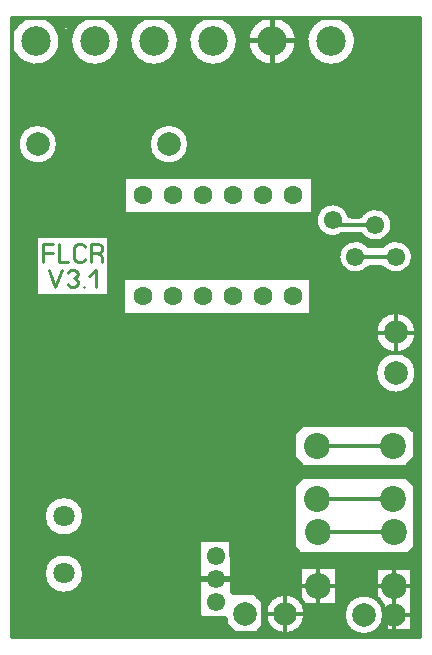
<source format=gbr>
%FSLAX34Y34*%
%MOMM*%
%LNCOPPER_TOP*%
G71*
G01*
%ADD10C, 2.200*%
%ADD11C, 2.500*%
%ADD12C, 0.350*%
%ADD13C, 1.800*%
%ADD14C, 1.600*%
%ADD15C, 2.000*%
%ADD16C, 0.400*%
%ADD17C, 0.300*%
%ADD18C, 0.600*%
%ADD19C, 1.000*%
%ADD20C, 1.550*%
%ADD21C, 0.500*%
%ADD22C, 0.270*%
%ADD23C, 0.250*%
%ADD24C, 4.000*%
%LPD*%
X333100Y-419788D02*
G54D10*
D03*
X268806Y-419788D02*
G54D10*
D03*
X333100Y-374544D02*
G54D10*
D03*
X268806Y-374544D02*
G54D10*
D03*
X180494Y-31744D02*
G54D11*
D03*
X80494Y-31744D02*
G54D11*
D03*
G54D12*
X333231Y-419794D02*
X268938Y-419794D01*
X268144Y-419000D01*
G54D12*
X333231Y-374550D02*
X268938Y-374550D01*
X130494Y-31744D02*
G54D11*
D03*
X230494Y-31744D02*
G54D11*
D03*
X280494Y-31744D02*
G54D11*
D03*
X269275Y-447756D02*
G54D10*
D03*
X333569Y-447756D02*
G54D10*
D03*
X269275Y-493000D02*
G54D10*
D03*
X333569Y-493000D02*
G54D10*
D03*
G54D12*
X269144Y-447750D02*
X333438Y-447750D01*
X334231Y-448544D01*
G54D12*
X269144Y-492994D02*
X333438Y-492994D01*
X54388Y-434031D02*
G54D13*
D03*
X54388Y-482431D02*
G54D13*
D03*
X30494Y-31744D02*
G54D11*
D03*
X247938Y-161925D02*
G54D14*
D03*
X222538Y-161925D02*
G54D14*
D03*
X197138Y-161925D02*
G54D14*
D03*
X171738Y-161925D02*
G54D14*
D03*
X146338Y-161925D02*
G54D14*
D03*
X120938Y-161925D02*
G54D14*
D03*
X247938Y-247650D02*
G54D14*
D03*
X222538Y-247650D02*
G54D14*
D03*
X197138Y-247650D02*
G54D14*
D03*
X171738Y-247650D02*
G54D14*
D03*
X146338Y-247650D02*
G54D14*
D03*
X120938Y-247650D02*
G54D14*
D03*
X335456Y-278388D02*
G54D15*
D03*
X335456Y-312519D02*
G54D15*
D03*
X308038Y-517325D02*
G54D15*
D03*
X333438Y-517325D02*
G54D15*
D03*
X241588Y-516731D02*
G54D15*
D03*
X207456Y-516731D02*
G54D15*
D03*
X32012Y-119162D02*
G54D15*
D03*
X143138Y-119162D02*
G54D15*
D03*
G54D16*
G75*
G01X336050Y-312738D02*
G03X336050Y-312738I-800J0D01*
G01*
G54D16*
G75*
G01X325738Y-517525D02*
G03X325738Y-517525I-17500J0D01*
G01*
G54D16*
G75*
G01X259112Y-516731D02*
G03X259112Y-516731I-17500J0D01*
G01*
G54D16*
G75*
G01X71738Y-482600D02*
G03X71738Y-482600I-17500J0D01*
G01*
G54D16*
G75*
G01X71738Y-434181D02*
G03X71738Y-434181I-17500J0D01*
G01*
G54D16*
X263812Y-231775D02*
X102681Y-231775D01*
X102681Y-263525D01*
X263812Y-263525D01*
X263812Y-231775D01*
G54D16*
X265400Y-146050D02*
X104269Y-146050D01*
X104269Y-177800D01*
X265400Y-177800D01*
X265400Y-146050D01*
G54D16*
G75*
G01X160638Y-119062D02*
G03X160638Y-119062I-17500J0D01*
G01*
G54D16*
G75*
G01X49562Y-119062D02*
G03X49562Y-119062I-17500J0D01*
G01*
G54D16*
G75*
G01X271456Y-12305D02*
G03X289544Y-12305I9044J-19395D01*
G01*
G54D17*
G75*
G01X352750Y-278606D02*
G03X352750Y-278606I-17500J0D01*
G01*
G54D17*
G75*
G01X352750Y-312738D02*
G03X352750Y-312738I-17500J0D01*
G01*
G54D12*
X355888Y-11906D02*
X10606Y-11906D01*
G54D16*
G75*
G01X221462Y-12305D02*
G03X239550Y-12305I9044J-19395D01*
G01*
G54D16*
G75*
G01X171468Y-12305D02*
G03X189557Y-12305I9044J-19395D01*
G01*
G54D16*
G75*
G01X121475Y-12305D02*
G03X139563Y-12305I9044J-19395D01*
G01*
G54D16*
G75*
G01X71481Y-12305D02*
G03X89569Y-12305I9044J-19395D01*
G01*
G54D16*
G75*
G01X11898Y-42400D02*
G03X39475Y-12305I18533J10700D01*
G01*
G54D12*
X10606Y-11906D02*
X10606Y-536575D01*
X355888Y-536575D01*
X355888Y-11906D01*
G54D16*
G75*
G01X19731Y-13167D02*
G03X11898Y-21000I10700J-18533D01*
G01*
G54D12*
X15369Y-14288D02*
X12988Y-14288D01*
X12988Y-16669D01*
G54D12*
X355888Y-278606D02*
X316200Y-278606D01*
G54D12*
X335250Y-261144D02*
X335250Y-294481D01*
G54D12*
X241588Y-499269D02*
X241588Y-534988D01*
G54D12*
X224919Y-516731D02*
X258256Y-516731D01*
G54D12*
X333662Y-536575D02*
X333662Y-473869D01*
G54D12*
X328900Y-492919D02*
X353506Y-492919D01*
G54D12*
X325725Y-517525D02*
X346362Y-517525D01*
G54D12*
X318581Y-503238D02*
X318581Y-477838D01*
X348744Y-477838D01*
X348744Y-531019D01*
X321756Y-531019D01*
G54D12*
X351125Y-400050D02*
X351125Y-460375D01*
X345569Y-465931D01*
X254288Y-465931D01*
X248731Y-460375D01*
X248731Y-406400D01*
X256669Y-398462D01*
X343981Y-398462D01*
X351125Y-405606D01*
G54D12*
X351125Y-363538D02*
X351125Y-362744D01*
X344775Y-356394D01*
X256669Y-356394D01*
X248731Y-364331D01*
X248731Y-384175D01*
X256669Y-392112D01*
X343981Y-392112D01*
X351919Y-384175D01*
X351919Y-363538D01*
X350331Y-361950D01*
G54D12*
X286831Y-493712D02*
X286831Y-478631D01*
X286831Y-477044D01*
X254288Y-477044D01*
X254288Y-504212D01*
X257462Y-509588D01*
X285244Y-509588D01*
X285244Y-478631D01*
X286038Y-477838D01*
G54D12*
X275719Y-492919D02*
X255081Y-492919D01*
G54D12*
X269369Y-477044D02*
X269369Y-508000D01*
X270162Y-508794D01*
G54D16*
X230475Y-12700D02*
X230475Y-51594D01*
G54D16*
X209044Y-30956D02*
X251906Y-30956D01*
G54D18*
X263812Y-14288D02*
X247938Y-14288D01*
X248731Y-14288D01*
X252700Y-18256D01*
X259844Y-18256D01*
X259844Y-19844D01*
X256669Y-23019D01*
X254288Y-23019D01*
X253494Y-22225D01*
X253494Y-25400D01*
X255875Y-27781D01*
X255875Y-36512D01*
X254288Y-38100D01*
X256669Y-38100D01*
X259050Y-40481D01*
X254288Y-40481D01*
X251906Y-42862D01*
X259050Y-42862D01*
X262225Y-46038D01*
X249525Y-46038D01*
X247144Y-48419D01*
X264606Y-48419D01*
X266988Y-50800D01*
X244762Y-50800D01*
X242381Y-53181D01*
X271750Y-53181D01*
X272544Y-53975D01*
G54D18*
X215394Y-14288D02*
X197138Y-15081D01*
X197931Y-15081D01*
X201900Y-19050D01*
X211425Y-18256D01*
X208250Y-22225D01*
X207456Y-26194D01*
X203488Y-23812D01*
X202694Y-23019D01*
X202694Y-26194D01*
X205075Y-28575D01*
X205075Y-37306D01*
X203488Y-38894D01*
X205869Y-38894D01*
X208250Y-41275D01*
X203488Y-41275D01*
X201106Y-43656D01*
X208250Y-43656D01*
X211425Y-46831D01*
X198725Y-46831D01*
X196344Y-49212D01*
X213806Y-49212D01*
X216188Y-51594D01*
X193962Y-51594D01*
X191581Y-53975D01*
X220950Y-53975D01*
X221744Y-54769D01*
G54D18*
X163800Y-14288D02*
X147925Y-14288D01*
X148719Y-14288D01*
X152688Y-18256D01*
X159831Y-18256D01*
X159831Y-19844D01*
X157450Y-25400D01*
X154275Y-23019D01*
X153481Y-22225D01*
X153481Y-25400D01*
X155862Y-27781D01*
X155862Y-36512D01*
X154275Y-38100D01*
X156656Y-38100D01*
X159038Y-40481D01*
X154275Y-40481D01*
X151894Y-42862D01*
X159038Y-42862D01*
X162212Y-46038D01*
X149512Y-46038D01*
X147131Y-48419D01*
X164594Y-48419D01*
X166975Y-50800D01*
X144750Y-50800D01*
X142369Y-53181D01*
X171738Y-53181D01*
X172531Y-53975D01*
G54D18*
X113000Y-15081D02*
X97125Y-15081D01*
X97919Y-15081D01*
X101888Y-19050D01*
X109031Y-19050D01*
X109031Y-20638D01*
X107444Y-26988D01*
X103475Y-23812D01*
X102681Y-23019D01*
X102681Y-26194D01*
X105062Y-28575D01*
X105062Y-37306D01*
X103475Y-38894D01*
X105856Y-38894D01*
X108238Y-41275D01*
X103475Y-41275D01*
X101094Y-43656D01*
X108238Y-43656D01*
X111412Y-46831D01*
X98712Y-46831D01*
X96331Y-49212D01*
X113794Y-49212D01*
X116175Y-51594D01*
X93950Y-51594D01*
X91569Y-53975D01*
X120938Y-53975D01*
X121731Y-54769D01*
G54D18*
X62994Y-14288D02*
X47119Y-14288D01*
X47912Y-14288D01*
X51881Y-18256D01*
X61406Y-16669D01*
X59025Y-19844D01*
X57438Y-26194D01*
X53469Y-23019D01*
X52675Y-22225D01*
X52675Y-25400D01*
X55056Y-27781D01*
X55056Y-36512D01*
X53469Y-38100D01*
X55850Y-38100D01*
X58231Y-40481D01*
X53469Y-40481D01*
X51088Y-42862D01*
X58231Y-42862D01*
X61406Y-46038D01*
X48706Y-46038D01*
X46325Y-48419D01*
X63788Y-48419D01*
X66169Y-50800D01*
X43944Y-50800D01*
X41562Y-53181D01*
X70931Y-53181D01*
X71725Y-53975D01*
G54D18*
X12194Y-46831D02*
X12194Y-47625D01*
X14575Y-50006D01*
X12194Y-52388D01*
X19338Y-52388D01*
X20131Y-53181D01*
G54D18*
X12988Y-54769D02*
X290800Y-54769D01*
X296356Y-49212D01*
X296356Y-52388D01*
X293181Y-55562D01*
X302706Y-55562D01*
X303500Y-55562D01*
X305088Y-53975D01*
X305088Y-15081D01*
X304294Y-14288D01*
X297944Y-14288D01*
X302706Y-19050D01*
X302706Y-43656D01*
X299531Y-46831D01*
X299531Y-50006D01*
X300325Y-50800D01*
G54D18*
X307469Y-15875D02*
X353506Y-15875D01*
X353506Y-21431D01*
X305881Y-21431D01*
X305881Y-25400D01*
X354300Y-25400D01*
X354300Y-30956D01*
X307469Y-30956D01*
X307469Y-36512D01*
X354300Y-36512D01*
X354300Y-41275D01*
X307469Y-41275D01*
X307469Y-46038D01*
X354300Y-46038D01*
X354300Y-50800D01*
X306675Y-50800D01*
X306675Y-55562D01*
X354300Y-55562D01*
G54D18*
X353506Y-59531D02*
X12988Y-59531D01*
X12988Y-64294D01*
X354300Y-64294D01*
X354300Y-68262D01*
X12988Y-68262D01*
X12988Y-73025D01*
X353506Y-73025D01*
G54D18*
X353506Y-77788D02*
X12988Y-77788D01*
X12988Y-82550D01*
X354300Y-82550D01*
X354300Y-86519D01*
X12988Y-86519D01*
X12988Y-91281D01*
X353506Y-91281D01*
G54D18*
X353506Y-352425D02*
X353506Y-533400D01*
X320962Y-533400D01*
X320169Y-533400D01*
X319375Y-534194D01*
X315406Y-534194D01*
X314612Y-534988D01*
X347950Y-534988D01*
X350331Y-532606D01*
X350331Y-466725D01*
X351125Y-465931D01*
X347950Y-465931D01*
X344775Y-469106D01*
X254288Y-469106D01*
X247938Y-462756D01*
X247938Y-496888D01*
X248731Y-497681D01*
X249525Y-497681D01*
X251112Y-499269D01*
X251112Y-471488D01*
X251906Y-470694D01*
X251906Y-473075D01*
X346362Y-473075D01*
X349538Y-469900D01*
X349538Y-473869D01*
X317788Y-473869D01*
X316200Y-475456D01*
X316200Y-499269D01*
X315406Y-499269D01*
X312231Y-496094D01*
X312231Y-478631D01*
X313025Y-477838D01*
X290006Y-477838D01*
X290006Y-483394D01*
X308262Y-483394D01*
X309056Y-482600D01*
X309056Y-488950D01*
X289212Y-488950D01*
X289212Y-494506D01*
X287625Y-496094D01*
X309850Y-496094D01*
X301912Y-496094D01*
X297944Y-500062D01*
X288419Y-500062D01*
X288419Y-509588D01*
X288419Y-508794D01*
X293181Y-504031D01*
X293181Y-504825D01*
X288419Y-509588D01*
X288419Y-526256D01*
X296356Y-534194D01*
X287625Y-534194D01*
X287625Y-514350D01*
X286038Y-512762D01*
X262225Y-512762D01*
X261431Y-511969D01*
X261431Y-523081D01*
X258256Y-526256D01*
X258256Y-529431D01*
X254288Y-533400D01*
X249525Y-533400D01*
X283656Y-533400D01*
X284450Y-534194D01*
X284450Y-518319D01*
X264606Y-518319D01*
X264606Y-525462D01*
X261431Y-528638D01*
X280481Y-528638D01*
X280481Y-523081D01*
X269369Y-523081D01*
X269369Y-524669D01*
X268575Y-525462D01*
G54D18*
X224919Y-526256D02*
X224919Y-527050D01*
X218569Y-533400D01*
X217775Y-533400D01*
X216981Y-534194D01*
X232062Y-534194D01*
X230475Y-534194D01*
X226506Y-530225D01*
G54D18*
X245556Y-496888D02*
X232856Y-496888D01*
X229681Y-500062D01*
X229681Y-500856D01*
X224125Y-506412D01*
X224125Y-505619D01*
X214600Y-496094D01*
X231269Y-496094D01*
X228094Y-496094D01*
X224125Y-500062D01*
G54D18*
X354300Y-314325D02*
X354300Y-322262D01*
X348744Y-327819D01*
X348744Y-353219D01*
X349538Y-354012D01*
X349538Y-353219D01*
X353506Y-349250D01*
X353506Y-328612D01*
X347156Y-328612D01*
X344775Y-330994D01*
X344775Y-348456D01*
X345569Y-349250D01*
X345569Y-335756D01*
X341600Y-331788D01*
X341600Y-350044D01*
X337631Y-350044D01*
X337631Y-333375D01*
X333662Y-333375D01*
X333662Y-350044D01*
X328900Y-350044D01*
X328900Y-331788D01*
X327312Y-331788D01*
X324138Y-328612D01*
X324138Y-350044D01*
X318581Y-350044D01*
X318581Y-327819D01*
X320169Y-326231D01*
X320169Y-325438D01*
X317788Y-323056D01*
X317788Y-320675D01*
X316994Y-319881D01*
X316994Y-347662D01*
X314612Y-350044D01*
X313819Y-349250D01*
X313819Y-307181D01*
X316994Y-304006D01*
X316994Y-301625D01*
X320169Y-298450D01*
X321756Y-298450D01*
X324931Y-295275D01*
X312231Y-295275D01*
X311438Y-296069D01*
X311438Y-307181D01*
X311438Y-302419D01*
X315406Y-298450D01*
X313819Y-298450D01*
X311438Y-296069D01*
X311438Y-258762D01*
X353506Y-258762D01*
X347950Y-258762D01*
X346362Y-260350D01*
X351919Y-260350D01*
X353506Y-261938D01*
X352712Y-261938D01*
X350331Y-264319D01*
X347950Y-261938D01*
X349538Y-261938D01*
X352712Y-265112D01*
X352712Y-269081D01*
X354300Y-271462D01*
X354300Y-287338D01*
X351919Y-289719D01*
X351919Y-301625D01*
X353506Y-303212D01*
X353506Y-307975D01*
X353506Y-303212D01*
X345569Y-295275D01*
X347156Y-295275D01*
X349538Y-292894D01*
G54D18*
X324138Y-261938D02*
X314612Y-261938D01*
X314612Y-291306D01*
X315406Y-292100D01*
X320169Y-292100D01*
X316200Y-288131D01*
X316200Y-267494D01*
X320169Y-263525D01*
G54D18*
X316200Y-303212D02*
X316200Y-325438D01*
G54D18*
X351919Y-389731D02*
X349538Y-389731D01*
X345569Y-393700D01*
X345569Y-400844D01*
X349538Y-404812D01*
X349538Y-395288D01*
X255875Y-395288D01*
X247144Y-386556D01*
X247144Y-409575D01*
X247144Y-407988D01*
X253494Y-401638D01*
X253494Y-397669D01*
X251112Y-395288D01*
X251112Y-399256D01*
X347156Y-399256D01*
X347950Y-398462D01*
G54D18*
X12194Y-407194D02*
X79662Y-407194D01*
X80456Y-406400D01*
X80456Y-534194D01*
X13781Y-534194D01*
X12988Y-533400D01*
X12988Y-411956D01*
X13781Y-411162D01*
X75694Y-411162D01*
X76488Y-411956D01*
X76488Y-529431D01*
X19338Y-529431D01*
X18544Y-528638D01*
X18544Y-415925D01*
X17750Y-415131D01*
X49500Y-415131D01*
X50294Y-414338D01*
X71725Y-414338D01*
X73312Y-415925D01*
X73312Y-523875D01*
X24100Y-523875D01*
X24100Y-419100D01*
X40769Y-419100D01*
X39975Y-419100D01*
X36006Y-423069D01*
X29656Y-423069D01*
X29656Y-520700D01*
X70931Y-520700D01*
X70931Y-515938D01*
X33625Y-515938D01*
X33625Y-508794D01*
X70138Y-508794D01*
X70931Y-509588D01*
X70931Y-511175D01*
X33625Y-511175D01*
X33625Y-504031D01*
X34419Y-503238D01*
X70138Y-503238D01*
X70138Y-495300D01*
X64581Y-500856D01*
X43944Y-500856D01*
X36006Y-492919D01*
X36006Y-499269D01*
X36006Y-497681D01*
X34419Y-496094D01*
X34419Y-423069D01*
X34419Y-442912D01*
X41562Y-450056D01*
X41562Y-466725D01*
X41562Y-467519D01*
X37594Y-471488D01*
X37594Y-451644D01*
X46325Y-451644D01*
X46325Y-463550D01*
X48706Y-463550D01*
X50294Y-461962D01*
X63788Y-461962D01*
X70931Y-469106D01*
X70931Y-446881D01*
X70138Y-446088D01*
X69344Y-446088D01*
X63788Y-451644D01*
X63788Y-458788D01*
X65375Y-460375D01*
X66169Y-460375D01*
X66962Y-461169D01*
X66962Y-452438D01*
X62200Y-452438D01*
X59819Y-454819D01*
X59819Y-457994D01*
X48706Y-457994D01*
X48706Y-454025D01*
X57438Y-454025D01*
X66169Y-454025D01*
X71725Y-448469D01*
X71725Y-446881D01*
X75694Y-442912D01*
X75694Y-425450D01*
X65375Y-415131D01*
G54D18*
X13781Y-93662D02*
X13781Y-144462D01*
X102681Y-144462D01*
X103475Y-143669D01*
X166181Y-143669D01*
X166181Y-95250D01*
X17750Y-95250D01*
X16956Y-96044D01*
X16956Y-105569D01*
X17750Y-106362D01*
X17750Y-103188D01*
X20925Y-100012D01*
X20925Y-100806D01*
X21719Y-101600D01*
X21719Y-100806D01*
X22512Y-100012D01*
X162212Y-100012D01*
X162212Y-138906D01*
X16162Y-138906D01*
X16162Y-133350D01*
X16956Y-132556D01*
X17750Y-132556D01*
X20925Y-135731D01*
X22512Y-135731D01*
X25688Y-138906D01*
X39181Y-138906D01*
X44738Y-133350D01*
X129669Y-133350D01*
X133638Y-137319D01*
X154275Y-137319D01*
X159831Y-131762D01*
X159831Y-130175D01*
X162212Y-127794D01*
X162212Y-109538D01*
X155862Y-103188D01*
X155862Y-100806D01*
X154275Y-99219D01*
X132844Y-99219D01*
X125700Y-106362D01*
X125700Y-105569D01*
X124112Y-103981D01*
X124112Y-127000D01*
X126494Y-129381D01*
X48706Y-129381D01*
X51881Y-126206D01*
X51881Y-109538D01*
X45531Y-103188D01*
X53469Y-103188D01*
X53469Y-106362D01*
X53469Y-105569D01*
X55056Y-103981D01*
X120144Y-103981D01*
X120938Y-103188D01*
X120938Y-123825D01*
X55056Y-123825D01*
X55056Y-108744D01*
X55850Y-107950D01*
X115381Y-107950D01*
X116175Y-108744D01*
X116175Y-118269D01*
X116969Y-119062D01*
X59819Y-119062D01*
X59025Y-119856D01*
X59025Y-113506D01*
X115381Y-113506D01*
G54D18*
X310644Y-348456D02*
X255081Y-348456D01*
X247938Y-355600D01*
X247938Y-347662D01*
X254288Y-347662D01*
X246350Y-347662D01*
X246350Y-492919D01*
X243969Y-495300D01*
G54D18*
X354300Y-94456D02*
X354300Y-254794D01*
X350331Y-256381D01*
X350331Y-96044D01*
G54D19*
X171738Y-97631D02*
X342394Y-97631D01*
X343188Y-96838D01*
G54D19*
X260638Y-181769D02*
X100300Y-181769D01*
X100300Y-190500D01*
X99506Y-191294D01*
X260638Y-191294D01*
X260638Y-200819D01*
X99506Y-200025D01*
X98712Y-199231D01*
X98712Y-208756D01*
X267781Y-208756D01*
X267781Y-219869D01*
X101888Y-219869D01*
X101888Y-228600D01*
X266194Y-228600D01*
X266194Y-216694D01*
X263812Y-214312D01*
X100300Y-214312D01*
G54D19*
X263812Y-267494D02*
X263812Y-344488D01*
X264606Y-345281D01*
X255875Y-345281D01*
X255875Y-269081D01*
X256669Y-268288D01*
X248731Y-268288D01*
X248731Y-346075D01*
X247144Y-347662D01*
G54D19*
X15369Y-268288D02*
X15369Y-407194D01*
X24100Y-407194D01*
X24100Y-263525D01*
X32831Y-263525D01*
X32831Y-410369D01*
X34419Y-411956D01*
X42356Y-411956D01*
X42356Y-261938D01*
X43150Y-261144D01*
X51881Y-261144D01*
X51881Y-409575D01*
X53469Y-411162D01*
X61406Y-411162D01*
X61406Y-265112D01*
X60612Y-264319D01*
X70138Y-264319D01*
X70138Y-407988D01*
X78075Y-407988D01*
X78869Y-408781D01*
X78869Y-269875D01*
X77281Y-268288D01*
X236825Y-268288D01*
X236825Y-488156D01*
X228094Y-488156D01*
X228094Y-269081D01*
X228888Y-268288D01*
X219362Y-268288D01*
X219362Y-492125D01*
X209838Y-492125D01*
X209838Y-270669D01*
X210631Y-269875D01*
X201106Y-269875D01*
X201106Y-487362D01*
X200312Y-488156D01*
X200312Y-490538D01*
X199519Y-446881D01*
X192388Y-446281D01*
X192375Y-269875D01*
X191581Y-269081D01*
X183644Y-269081D01*
X182850Y-268288D01*
X182056Y-446088D01*
X173325Y-446088D01*
X173325Y-269081D01*
X164594Y-269081D01*
X164594Y-493712D01*
X155069Y-493712D01*
X155069Y-269081D01*
X144750Y-269081D01*
X144750Y-492125D01*
X147131Y-492125D01*
X147131Y-270669D01*
X146338Y-269875D01*
X137606Y-269875D01*
X137606Y-492125D01*
X130462Y-492125D01*
X130462Y-269081D01*
X129669Y-268288D01*
X121731Y-268288D01*
X121731Y-491331D01*
X120144Y-492919D01*
X113000Y-492919D01*
X113000Y-272256D01*
X111412Y-270669D01*
X105062Y-270669D01*
X104269Y-269875D01*
X104269Y-494506D01*
X105062Y-495300D01*
X96331Y-495300D01*
X96331Y-272256D01*
X97125Y-271462D01*
X88394Y-271462D01*
X87600Y-270669D01*
X87600Y-489744D01*
X86806Y-490538D01*
X182956Y-467519D02*
G54D20*
D03*
X182956Y-487162D02*
G54D20*
D03*
X182956Y-506412D02*
G54D20*
D03*
G54D21*
X170794Y-450400D02*
X196994Y-450400D01*
X197394Y-450000D01*
X197394Y-453000D01*
X197194Y-453200D01*
X167994Y-453200D01*
X167594Y-453600D01*
X167594Y-518600D01*
X167794Y-518600D01*
X169994Y-520800D01*
X190594Y-520800D01*
X190794Y-521000D01*
X190794Y-526000D01*
X198394Y-533600D01*
X216594Y-533600D01*
X216794Y-533800D01*
G54D21*
X197200Y-455600D02*
X197200Y-498400D01*
X197000Y-498600D01*
X215800Y-498600D01*
X219600Y-502400D01*
X219600Y-497000D01*
X219400Y-496800D01*
X201200Y-496800D01*
X200400Y-496000D01*
X200400Y-495200D01*
X208200Y-495200D01*
X209000Y-494400D01*
G54D21*
X242400Y-265200D02*
X242400Y-492400D01*
X240000Y-494800D01*
G54D21*
X224400Y-490600D02*
X224400Y-494800D01*
G54D21*
X243800Y-493200D02*
X207600Y-493200D01*
G54D21*
X217400Y-499800D02*
X217400Y-500200D01*
X224400Y-507200D01*
X223400Y-507200D01*
X223400Y-527800D01*
X219000Y-532200D01*
G54D21*
X167000Y-492400D02*
X167000Y-523800D01*
X167200Y-524000D01*
X185600Y-524000D01*
X186400Y-524800D01*
X186400Y-526000D01*
X194000Y-533600D01*
X84200Y-533600D01*
X84000Y-533400D01*
X84000Y-493400D01*
X83600Y-493000D01*
X163400Y-493000D01*
X165600Y-495200D01*
X165600Y-497000D01*
X165400Y-497200D01*
X94400Y-497200D01*
X92000Y-494800D01*
X87400Y-494800D01*
X87400Y-497400D01*
X86800Y-498000D01*
X164000Y-498000D01*
X164800Y-498800D01*
X164800Y-525800D01*
X165800Y-526800D01*
X183400Y-526800D01*
X186200Y-529600D01*
X88200Y-529600D01*
X88000Y-529800D01*
X88000Y-501000D01*
X87600Y-500600D01*
X161600Y-500600D01*
X161600Y-526000D01*
X91600Y-526000D01*
X91200Y-525600D01*
X91200Y-504000D01*
X91600Y-503600D01*
X158000Y-503600D01*
X158200Y-503400D01*
X158200Y-523200D01*
X158600Y-523600D01*
X94600Y-523600D01*
X93600Y-522600D01*
X93600Y-506400D01*
X94000Y-506000D01*
X154400Y-506000D01*
X154800Y-506400D01*
X154800Y-520400D01*
X154400Y-520800D01*
X97000Y-520800D01*
X96400Y-520200D01*
X96400Y-509800D01*
X151200Y-509800D01*
X151600Y-509400D01*
X151600Y-517200D01*
X99600Y-517200D01*
X99600Y-513200D01*
X99400Y-513000D01*
X148600Y-513000D01*
X148800Y-512800D01*
G54D21*
X187200Y-452000D02*
X187200Y-288800D01*
X187600Y-288400D01*
G54D21*
X325831Y-523875D02*
X325831Y-529431D01*
G54D21*
X311544Y-535781D02*
X178194Y-535781D01*
X176606Y-534194D01*
G54D21*
X32938Y-493712D02*
X32938Y-514350D01*
X16269Y-531019D01*
G54D21*
X275031Y-334169D02*
X275031Y-346075D01*
G54D21*
X21825Y-406400D02*
X21825Y-427831D01*
G54D21*
X164700Y-487362D02*
X199625Y-487362D01*
X25794Y-338138D02*
G54D20*
D03*
G54D22*
X36656Y-218788D02*
X36656Y-203676D01*
X44590Y-203676D01*
G54D22*
X36656Y-211232D02*
X44590Y-211232D01*
G54D22*
X49856Y-203676D02*
X49856Y-218788D01*
X57790Y-218788D01*
G54D22*
X72123Y-215954D02*
X70990Y-217843D01*
X68723Y-218788D01*
X66456Y-218788D01*
X64190Y-217843D01*
X63056Y-215954D01*
X63056Y-206510D01*
X64190Y-204621D01*
X66456Y-203676D01*
X68723Y-203676D01*
X70990Y-204621D01*
X72123Y-206510D01*
G54D22*
X81990Y-211232D02*
X85390Y-213121D01*
X86523Y-215010D01*
X86523Y-218788D01*
G54D22*
X77456Y-218788D02*
X77456Y-203676D01*
X83123Y-203676D01*
X85390Y-204621D01*
X86523Y-206510D01*
X86523Y-208399D01*
X85390Y-210288D01*
X83123Y-211232D01*
X77456Y-211232D01*
G54D23*
X41631Y-225559D02*
X46965Y-239781D01*
X52298Y-225559D01*
G54D23*
X57331Y-228226D02*
X58398Y-226448D01*
X60531Y-225559D01*
X62665Y-225559D01*
X64798Y-226448D01*
X65865Y-228226D01*
X65865Y-230004D01*
X64798Y-231781D01*
X62665Y-232670D01*
X64798Y-233559D01*
X65865Y-235337D01*
X65865Y-237115D01*
X64798Y-238892D01*
X62665Y-239781D01*
X60531Y-239781D01*
X58398Y-238892D01*
X57331Y-237115D01*
G54D23*
X70831Y-239781D02*
X70831Y-239781D01*
G54D23*
X75831Y-230892D02*
X81165Y-225559D01*
X81165Y-239781D01*
G54D19*
X100694Y-144462D02*
X100694Y-272256D01*
X99900Y-273050D01*
X95931Y-273050D01*
X95931Y-150019D01*
X94344Y-148431D01*
X14969Y-148431D01*
X14969Y-261144D01*
X88788Y-261144D01*
X90375Y-262731D01*
X90375Y-257175D01*
X22906Y-257175D01*
X22112Y-257969D01*
X22112Y-155575D01*
X21319Y-154781D01*
X90375Y-154781D01*
X91169Y-155575D01*
X91169Y-161925D01*
X26875Y-161925D01*
X26875Y-168275D01*
X26081Y-169069D01*
X92756Y-169069D01*
X93550Y-168275D01*
X93550Y-174625D01*
X26081Y-174625D01*
X25288Y-175419D01*
X25288Y-180181D01*
X24494Y-180975D01*
X92756Y-180975D01*
X93550Y-180181D01*
X93550Y-185738D01*
X27669Y-185738D01*
X26875Y-186531D01*
X26875Y-192881D01*
X26081Y-193675D01*
X91962Y-193675D01*
X92756Y-192881D01*
G54D19*
X26875Y-196056D02*
X26875Y-250031D01*
X26081Y-250825D01*
X93550Y-250825D01*
X94344Y-251619D01*
X119456Y-486369D02*
G54D20*
D03*
X334562Y-107156D02*
G54D20*
D03*
X317894Y-187325D02*
G54D20*
D03*
X282175Y-183356D02*
G54D20*
D03*
X300431Y-214312D02*
G54D20*
D03*
X335356Y-214312D02*
G54D20*
D03*
G54D19*
X286038Y-333375D02*
X286038Y-245269D01*
X293975Y-245269D01*
X293181Y-334962D01*
X300325Y-334962D01*
X301119Y-334169D01*
X301912Y-246856D01*
G54D19*
X270162Y-224631D02*
X269369Y-346869D01*
X305881Y-346869D01*
X309056Y-343694D01*
X309056Y-254000D01*
X329694Y-254000D01*
G54D19*
X263019Y-141288D02*
X171738Y-141288D01*
X172531Y-140494D01*
X172531Y-104775D01*
X335250Y-104775D01*
G54D19*
X302706Y-248444D02*
X302706Y-338138D01*
X278100Y-338138D01*
X278100Y-245269D01*
G54D19*
X314612Y-127794D02*
X313819Y-127000D01*
X186025Y-127000D01*
X186025Y-120650D01*
X322550Y-120650D01*
G54D19*
X327312Y-111919D02*
X180469Y-111919D01*
X179675Y-111125D01*
X179675Y-134144D01*
X265400Y-134144D01*
G54D12*
X300038Y-214312D02*
X335756Y-214312D01*
G54D12*
X318294Y-187325D02*
X285750Y-187325D01*
X281781Y-183356D01*
G54D21*
G75*
G01X311509Y-203635D02*
G03X311509Y-224990I-10678J-10677D01*
G01*
G54D21*
G75*
G01X324748Y-224990D02*
G03X324748Y-203635I10677J10678D01*
G01*
G54D21*
G75*
G01X307285Y-198002D02*
G03X307285Y-176648I10677J10677D01*
G01*
G54D21*
G75*
G01X296367Y-179448D02*
G03X289331Y-196433I-14586J-3908D01*
G01*
G54D19*
X347662Y-98425D02*
X347662Y-200025D01*
X346869Y-200025D01*
X343694Y-196850D01*
X334962Y-196850D01*
X334169Y-196056D01*
X334169Y-194469D01*
X337344Y-191294D01*
X342900Y-191294D01*
X342900Y-105569D01*
X341312Y-103981D01*
X337344Y-103981D01*
X336550Y-104775D01*
X336550Y-184944D01*
X339725Y-188119D01*
X339725Y-180975D01*
X332581Y-173831D01*
X332581Y-117475D01*
X331788Y-116681D01*
X325438Y-116681D01*
X324644Y-115888D01*
X324644Y-167481D01*
X327025Y-169862D01*
X326231Y-169862D01*
X322262Y-165894D01*
X319088Y-165894D01*
X317500Y-167481D01*
X317500Y-125412D01*
X316706Y-124619D01*
X272256Y-124619D01*
X268288Y-128588D01*
X268288Y-144462D01*
X269081Y-145256D01*
X269081Y-169069D01*
X268288Y-169862D01*
X268288Y-167481D01*
X272256Y-163512D01*
X275431Y-163512D01*
X275431Y-132556D01*
X276225Y-131762D01*
X279400Y-131762D01*
X280194Y-132556D01*
X280194Y-163512D01*
X287338Y-163512D01*
X287338Y-131762D01*
X286544Y-130969D01*
X293688Y-130969D01*
X293688Y-167481D01*
X292894Y-168275D01*
X295275Y-168275D01*
X296862Y-169862D01*
X296862Y-173038D01*
X297656Y-173831D01*
X297656Y-175419D01*
X299244Y-177006D01*
X303212Y-177006D01*
X303212Y-133350D01*
X309562Y-133350D01*
X309562Y-169069D01*
X308769Y-169862D01*
G54D19*
X261938Y-188119D02*
X261938Y-192088D01*
X267494Y-197644D01*
X269875Y-197644D01*
X273050Y-200819D01*
X280988Y-200819D01*
X282575Y-202406D01*
X286544Y-202406D01*
X288925Y-200025D01*
X287338Y-200025D01*
X282575Y-204788D01*
X282575Y-218281D01*
X274638Y-218281D01*
X273844Y-219075D01*
X273844Y-210344D01*
X267494Y-203994D01*
G54D19*
X275431Y-206375D02*
X277019Y-206375D01*
X280194Y-209550D01*
G54D19*
X274638Y-225425D02*
X283369Y-225425D01*
X284956Y-227012D01*
X284956Y-240506D01*
X277812Y-240506D01*
X277812Y-234156D01*
X276225Y-232569D01*
G54D19*
X288925Y-231775D02*
X308769Y-231775D01*
X314325Y-226219D01*
X322262Y-226219D01*
X322262Y-229394D01*
X324644Y-231775D01*
X344488Y-231775D01*
X350044Y-226219D01*
X350044Y-251619D01*
X346869Y-254794D01*
X334962Y-254794D01*
X330200Y-250031D01*
X308769Y-250031D01*
X299244Y-240506D01*
X289719Y-240506D01*
X288925Y-239712D01*
X311944Y-239712D01*
X316706Y-234950D01*
X339725Y-234950D01*
X341312Y-236538D01*
X341312Y-246856D01*
X342900Y-248444D01*
X339725Y-248444D01*
X334169Y-242888D01*
X310356Y-242888D01*
G54D16*
X288925Y-195262D02*
X304800Y-195262D01*
X307181Y-197644D01*
X288925Y-197644D01*
G54D16*
X311944Y-203994D02*
X323850Y-203994D01*
X29369Y-169069D02*
G54D24*
D03*
G54D19*
X351631Y-357981D02*
X351631Y-357188D01*
X346869Y-352425D01*
X254000Y-352425D01*
X246856Y-359569D01*
M02*

</source>
